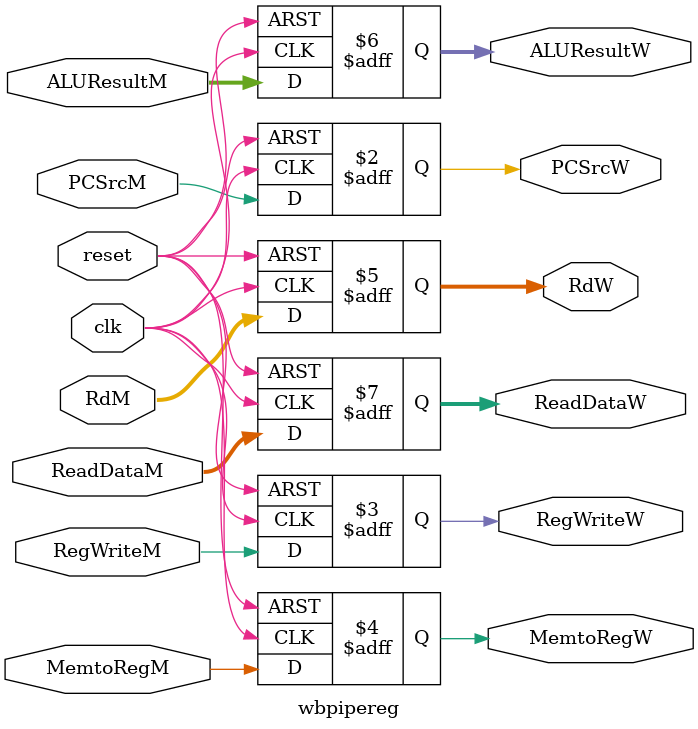
<source format=sv>
module wbpipereg(
    input logic clk, reset, PCSrcM, RegWriteM, MemtoRegM, 
    input logic [3:0] RdM,
    input logic [31:0] ALUResultM, ReadDataM,
    output logic PCSrcW, RegWriteW, MemtoRegW,
    output logic [3:0] RdW,
    output logic [31:0] ALUResultW, ReadDataW
    );

    always_ff @(posedge clk, posedge reset)
      begin
         if (reset)
	   begin
            PCSrcW <= 1'bx;
            RegWriteW <= 1'bx;
            MemtoRegW <= 1'bx;
            RdW <= 4'bx;
            ALUResultW <= 32'bx;
            ReadDataW <= 32'bx;
	   end
         else
	   begin
            PCSrcW <= PCSrcM;
            RegWriteW <= RegWriteM;
            MemtoRegW <= MemtoRegM;
            RdW <= RdM;
            ALUResultW <= ALUResultM;
            ReadDataW <= ReadDataM;
	   end
      end
endmodule

</source>
